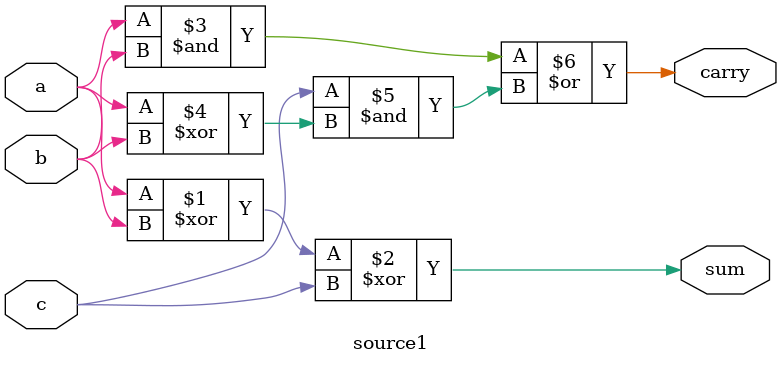
<source format=sv>

module source1(
    input logic a,
    input logic b,
    input logic c,
    output logic sum,
    output logic carry
);
    assign sum = (a ^ b) ^ c;
    assign carry = (a & b) | (c & (a ^ b));

endmodule
</source>
